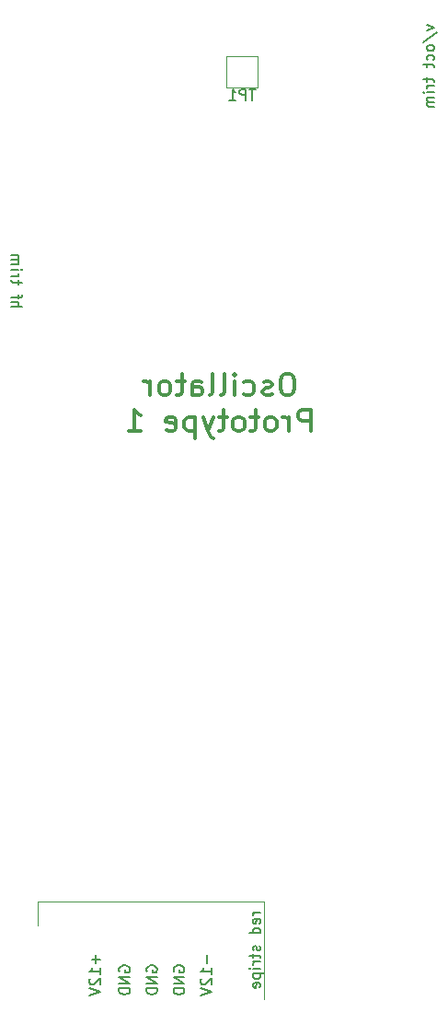
<source format=gbr>
%TF.GenerationSoftware,KiCad,Pcbnew,5.1.8*%
%TF.CreationDate,2020-12-05T20:58:01+00:00*%
%TF.ProjectId,oscillator_prototype,6f736369-6c6c-4617-946f-725f70726f74,rev?*%
%TF.SameCoordinates,Original*%
%TF.FileFunction,Legend,Bot*%
%TF.FilePolarity,Positive*%
%FSLAX46Y46*%
G04 Gerber Fmt 4.6, Leading zero omitted, Abs format (unit mm)*
G04 Created by KiCad (PCBNEW 5.1.8) date 2020-12-05 20:58:01*
%MOMM*%
%LPD*%
G01*
G04 APERTURE LIST*
%ADD10C,0.120000*%
%ADD11C,0.300000*%
%ADD12C,0.150000*%
G04 APERTURE END LIST*
D10*
X98000000Y-125750000D02*
X98000000Y-128000000D01*
D11*
X121130952Y-77254761D02*
X120750000Y-77254761D01*
X120559523Y-77350000D01*
X120369047Y-77540476D01*
X120273809Y-77921428D01*
X120273809Y-78588095D01*
X120369047Y-78969047D01*
X120559523Y-79159523D01*
X120750000Y-79254761D01*
X121130952Y-79254761D01*
X121321428Y-79159523D01*
X121511904Y-78969047D01*
X121607142Y-78588095D01*
X121607142Y-77921428D01*
X121511904Y-77540476D01*
X121321428Y-77350000D01*
X121130952Y-77254761D01*
X119511904Y-79159523D02*
X119321428Y-79254761D01*
X118940476Y-79254761D01*
X118750000Y-79159523D01*
X118654761Y-78969047D01*
X118654761Y-78873809D01*
X118750000Y-78683333D01*
X118940476Y-78588095D01*
X119226190Y-78588095D01*
X119416666Y-78492857D01*
X119511904Y-78302380D01*
X119511904Y-78207142D01*
X119416666Y-78016666D01*
X119226190Y-77921428D01*
X118940476Y-77921428D01*
X118750000Y-78016666D01*
X116940476Y-79159523D02*
X117130952Y-79254761D01*
X117511904Y-79254761D01*
X117702380Y-79159523D01*
X117797619Y-79064285D01*
X117892857Y-78873809D01*
X117892857Y-78302380D01*
X117797619Y-78111904D01*
X117702380Y-78016666D01*
X117511904Y-77921428D01*
X117130952Y-77921428D01*
X116940476Y-78016666D01*
X116083333Y-79254761D02*
X116083333Y-77921428D01*
X116083333Y-77254761D02*
X116178571Y-77350000D01*
X116083333Y-77445238D01*
X115988095Y-77350000D01*
X116083333Y-77254761D01*
X116083333Y-77445238D01*
X114845238Y-79254761D02*
X115035714Y-79159523D01*
X115130952Y-78969047D01*
X115130952Y-77254761D01*
X113797619Y-79254761D02*
X113988095Y-79159523D01*
X114083333Y-78969047D01*
X114083333Y-77254761D01*
X112178571Y-79254761D02*
X112178571Y-78207142D01*
X112273809Y-78016666D01*
X112464285Y-77921428D01*
X112845238Y-77921428D01*
X113035714Y-78016666D01*
X112178571Y-79159523D02*
X112369047Y-79254761D01*
X112845238Y-79254761D01*
X113035714Y-79159523D01*
X113130952Y-78969047D01*
X113130952Y-78778571D01*
X113035714Y-78588095D01*
X112845238Y-78492857D01*
X112369047Y-78492857D01*
X112178571Y-78397619D01*
X111511904Y-77921428D02*
X110750000Y-77921428D01*
X111226190Y-77254761D02*
X111226190Y-78969047D01*
X111130952Y-79159523D01*
X110940476Y-79254761D01*
X110750000Y-79254761D01*
X109797619Y-79254761D02*
X109988095Y-79159523D01*
X110083333Y-79064285D01*
X110178571Y-78873809D01*
X110178571Y-78302380D01*
X110083333Y-78111904D01*
X109988095Y-78016666D01*
X109797619Y-77921428D01*
X109511904Y-77921428D01*
X109321428Y-78016666D01*
X109226190Y-78111904D01*
X109130952Y-78302380D01*
X109130952Y-78873809D01*
X109226190Y-79064285D01*
X109321428Y-79159523D01*
X109511904Y-79254761D01*
X109797619Y-79254761D01*
X108273809Y-79254761D02*
X108273809Y-77921428D01*
X108273809Y-78302380D02*
X108178571Y-78111904D01*
X108083333Y-78016666D01*
X107892857Y-77921428D01*
X107702380Y-77921428D01*
X123083333Y-82554761D02*
X123083333Y-80554761D01*
X122321428Y-80554761D01*
X122130952Y-80650000D01*
X122035714Y-80745238D01*
X121940476Y-80935714D01*
X121940476Y-81221428D01*
X122035714Y-81411904D01*
X122130952Y-81507142D01*
X122321428Y-81602380D01*
X123083333Y-81602380D01*
X121083333Y-82554761D02*
X121083333Y-81221428D01*
X121083333Y-81602380D02*
X120988095Y-81411904D01*
X120892857Y-81316666D01*
X120702380Y-81221428D01*
X120511904Y-81221428D01*
X119559523Y-82554761D02*
X119750000Y-82459523D01*
X119845238Y-82364285D01*
X119940476Y-82173809D01*
X119940476Y-81602380D01*
X119845238Y-81411904D01*
X119750000Y-81316666D01*
X119559523Y-81221428D01*
X119273809Y-81221428D01*
X119083333Y-81316666D01*
X118988095Y-81411904D01*
X118892857Y-81602380D01*
X118892857Y-82173809D01*
X118988095Y-82364285D01*
X119083333Y-82459523D01*
X119273809Y-82554761D01*
X119559523Y-82554761D01*
X118321428Y-81221428D02*
X117559523Y-81221428D01*
X118035714Y-80554761D02*
X118035714Y-82269047D01*
X117940476Y-82459523D01*
X117750000Y-82554761D01*
X117559523Y-82554761D01*
X116607142Y-82554761D02*
X116797619Y-82459523D01*
X116892857Y-82364285D01*
X116988095Y-82173809D01*
X116988095Y-81602380D01*
X116892857Y-81411904D01*
X116797619Y-81316666D01*
X116607142Y-81221428D01*
X116321428Y-81221428D01*
X116130952Y-81316666D01*
X116035714Y-81411904D01*
X115940476Y-81602380D01*
X115940476Y-82173809D01*
X116035714Y-82364285D01*
X116130952Y-82459523D01*
X116321428Y-82554761D01*
X116607142Y-82554761D01*
X115369047Y-81221428D02*
X114607142Y-81221428D01*
X115083333Y-80554761D02*
X115083333Y-82269047D01*
X114988095Y-82459523D01*
X114797619Y-82554761D01*
X114607142Y-82554761D01*
X114130952Y-81221428D02*
X113654761Y-82554761D01*
X113178571Y-81221428D02*
X113654761Y-82554761D01*
X113845238Y-83030952D01*
X113940476Y-83126190D01*
X114130952Y-83221428D01*
X112416666Y-81221428D02*
X112416666Y-83221428D01*
X112416666Y-81316666D02*
X112226190Y-81221428D01*
X111845238Y-81221428D01*
X111654761Y-81316666D01*
X111559523Y-81411904D01*
X111464285Y-81602380D01*
X111464285Y-82173809D01*
X111559523Y-82364285D01*
X111654761Y-82459523D01*
X111845238Y-82554761D01*
X112226190Y-82554761D01*
X112416666Y-82459523D01*
X109845238Y-82459523D02*
X110035714Y-82554761D01*
X110416666Y-82554761D01*
X110607142Y-82459523D01*
X110702380Y-82269047D01*
X110702380Y-81507142D01*
X110607142Y-81316666D01*
X110416666Y-81221428D01*
X110035714Y-81221428D01*
X109845238Y-81316666D01*
X109750000Y-81507142D01*
X109750000Y-81697619D01*
X110702380Y-81888095D01*
X106321428Y-82554761D02*
X107464285Y-82554761D01*
X106892857Y-82554761D02*
X106892857Y-80554761D01*
X107083333Y-80840476D01*
X107273809Y-81030952D01*
X107464285Y-81126190D01*
D10*
X118750000Y-125750000D02*
X98000000Y-125750000D01*
D12*
X105500000Y-132238095D02*
X105452380Y-132142857D01*
X105452380Y-132000000D01*
X105500000Y-131857142D01*
X105595238Y-131761904D01*
X105690476Y-131714285D01*
X105880952Y-131666666D01*
X106023809Y-131666666D01*
X106214285Y-131714285D01*
X106309523Y-131761904D01*
X106404761Y-131857142D01*
X106452380Y-132000000D01*
X106452380Y-132095238D01*
X106404761Y-132238095D01*
X106357142Y-132285714D01*
X106023809Y-132285714D01*
X106023809Y-132095238D01*
X106452380Y-132714285D02*
X105452380Y-132714285D01*
X106452380Y-133285714D01*
X105452380Y-133285714D01*
X106452380Y-133761904D02*
X105452380Y-133761904D01*
X105452380Y-134000000D01*
X105500000Y-134142857D01*
X105595238Y-134238095D01*
X105690476Y-134285714D01*
X105880952Y-134333333D01*
X106023809Y-134333333D01*
X106214285Y-134285714D01*
X106309523Y-134238095D01*
X106404761Y-134142857D01*
X106452380Y-134000000D01*
X106452380Y-133761904D01*
X108000000Y-132238095D02*
X107952380Y-132142857D01*
X107952380Y-132000000D01*
X108000000Y-131857142D01*
X108095238Y-131761904D01*
X108190476Y-131714285D01*
X108380952Y-131666666D01*
X108523809Y-131666666D01*
X108714285Y-131714285D01*
X108809523Y-131761904D01*
X108904761Y-131857142D01*
X108952380Y-132000000D01*
X108952380Y-132095238D01*
X108904761Y-132238095D01*
X108857142Y-132285714D01*
X108523809Y-132285714D01*
X108523809Y-132095238D01*
X108952380Y-132714285D02*
X107952380Y-132714285D01*
X108952380Y-133285714D01*
X107952380Y-133285714D01*
X108952380Y-133761904D02*
X107952380Y-133761904D01*
X107952380Y-134000000D01*
X108000000Y-134142857D01*
X108095238Y-134238095D01*
X108190476Y-134285714D01*
X108380952Y-134333333D01*
X108523809Y-134333333D01*
X108714285Y-134285714D01*
X108809523Y-134238095D01*
X108904761Y-134142857D01*
X108952380Y-134000000D01*
X108952380Y-133761904D01*
X110500000Y-132238095D02*
X110452380Y-132142857D01*
X110452380Y-132000000D01*
X110500000Y-131857142D01*
X110595238Y-131761904D01*
X110690476Y-131714285D01*
X110880952Y-131666666D01*
X111023809Y-131666666D01*
X111214285Y-131714285D01*
X111309523Y-131761904D01*
X111404761Y-131857142D01*
X111452380Y-132000000D01*
X111452380Y-132095238D01*
X111404761Y-132238095D01*
X111357142Y-132285714D01*
X111023809Y-132285714D01*
X111023809Y-132095238D01*
X111452380Y-132714285D02*
X110452380Y-132714285D01*
X111452380Y-133285714D01*
X110452380Y-133285714D01*
X111452380Y-133761904D02*
X110452380Y-133761904D01*
X110452380Y-134000000D01*
X110500000Y-134142857D01*
X110595238Y-134238095D01*
X110690476Y-134285714D01*
X110880952Y-134333333D01*
X111023809Y-134333333D01*
X111214285Y-134285714D01*
X111309523Y-134238095D01*
X111404761Y-134142857D01*
X111452380Y-134000000D01*
X111452380Y-133761904D01*
X103321428Y-130738095D02*
X103321428Y-131500000D01*
X103702380Y-131119047D02*
X102940476Y-131119047D01*
X103702380Y-132500000D02*
X103702380Y-131928571D01*
X103702380Y-132214285D02*
X102702380Y-132214285D01*
X102845238Y-132119047D01*
X102940476Y-132023809D01*
X102988095Y-131928571D01*
X102797619Y-132880952D02*
X102750000Y-132928571D01*
X102702380Y-133023809D01*
X102702380Y-133261904D01*
X102750000Y-133357142D01*
X102797619Y-133404761D01*
X102892857Y-133452380D01*
X102988095Y-133452380D01*
X103130952Y-133404761D01*
X103702380Y-132833333D01*
X103702380Y-133452380D01*
X102702380Y-133738095D02*
X103702380Y-134071428D01*
X102702380Y-134404761D01*
X113571428Y-130738095D02*
X113571428Y-131500000D01*
X113952380Y-132500000D02*
X113952380Y-131928571D01*
X113952380Y-132214285D02*
X112952380Y-132214285D01*
X113095238Y-132119047D01*
X113190476Y-132023809D01*
X113238095Y-131928571D01*
X113047619Y-132880952D02*
X113000000Y-132928571D01*
X112952380Y-133023809D01*
X112952380Y-133261904D01*
X113000000Y-133357142D01*
X113047619Y-133404761D01*
X113142857Y-133452380D01*
X113238095Y-133452380D01*
X113380952Y-133404761D01*
X113952380Y-132833333D01*
X113952380Y-133452380D01*
X112952380Y-133738095D02*
X113952380Y-134071428D01*
X112952380Y-134404761D01*
X118452380Y-126797619D02*
X117785714Y-126797619D01*
X117976190Y-126797619D02*
X117880952Y-126845238D01*
X117833333Y-126892857D01*
X117785714Y-126988095D01*
X117785714Y-127083333D01*
X118404761Y-127797619D02*
X118452380Y-127702380D01*
X118452380Y-127511904D01*
X118404761Y-127416666D01*
X118309523Y-127369047D01*
X117928571Y-127369047D01*
X117833333Y-127416666D01*
X117785714Y-127511904D01*
X117785714Y-127702380D01*
X117833333Y-127797619D01*
X117928571Y-127845238D01*
X118023809Y-127845238D01*
X118119047Y-127369047D01*
X118452380Y-128702380D02*
X117452380Y-128702380D01*
X118404761Y-128702380D02*
X118452380Y-128607142D01*
X118452380Y-128416666D01*
X118404761Y-128321428D01*
X118357142Y-128273809D01*
X118261904Y-128226190D01*
X117976190Y-128226190D01*
X117880952Y-128273809D01*
X117833333Y-128321428D01*
X117785714Y-128416666D01*
X117785714Y-128607142D01*
X117833333Y-128702380D01*
X118404761Y-129892857D02*
X118452380Y-129988095D01*
X118452380Y-130178571D01*
X118404761Y-130273809D01*
X118309523Y-130321428D01*
X118261904Y-130321428D01*
X118166666Y-130273809D01*
X118119047Y-130178571D01*
X118119047Y-130035714D01*
X118071428Y-129940476D01*
X117976190Y-129892857D01*
X117928571Y-129892857D01*
X117833333Y-129940476D01*
X117785714Y-130035714D01*
X117785714Y-130178571D01*
X117833333Y-130273809D01*
X117785714Y-130607142D02*
X117785714Y-130988095D01*
X117452380Y-130750000D02*
X118309523Y-130750000D01*
X118404761Y-130797619D01*
X118452380Y-130892857D01*
X118452380Y-130988095D01*
X118452380Y-131321428D02*
X117785714Y-131321428D01*
X117976190Y-131321428D02*
X117880952Y-131369047D01*
X117833333Y-131416666D01*
X117785714Y-131511904D01*
X117785714Y-131607142D01*
X118452380Y-131940476D02*
X117785714Y-131940476D01*
X117452380Y-131940476D02*
X117500000Y-131892857D01*
X117547619Y-131940476D01*
X117500000Y-131988095D01*
X117452380Y-131940476D01*
X117547619Y-131940476D01*
X117785714Y-132416666D02*
X118785714Y-132416666D01*
X117833333Y-132416666D02*
X117785714Y-132511904D01*
X117785714Y-132702380D01*
X117833333Y-132797619D01*
X117880952Y-132845238D01*
X117976190Y-132892857D01*
X118261904Y-132892857D01*
X118357142Y-132845238D01*
X118404761Y-132797619D01*
X118452380Y-132702380D01*
X118452380Y-132511904D01*
X118404761Y-132416666D01*
X118404761Y-133702380D02*
X118452380Y-133607142D01*
X118452380Y-133416666D01*
X118404761Y-133321428D01*
X118309523Y-133273809D01*
X117928571Y-133273809D01*
X117833333Y-133321428D01*
X117785714Y-133416666D01*
X117785714Y-133607142D01*
X117833333Y-133702380D01*
X117928571Y-133750000D01*
X118023809Y-133750000D01*
X118119047Y-133273809D01*
D10*
X118750000Y-134750000D02*
X118750000Y-125750000D01*
D12*
X95547619Y-71130952D02*
X96547619Y-71130952D01*
X95547619Y-70702380D02*
X96071428Y-70702380D01*
X96166666Y-70750000D01*
X96214285Y-70845238D01*
X96214285Y-70988095D01*
X96166666Y-71083333D01*
X96119047Y-71130952D01*
X96214285Y-70369047D02*
X96214285Y-69988095D01*
X95547619Y-70226190D02*
X96404761Y-70226190D01*
X96500000Y-70178571D01*
X96547619Y-70083333D01*
X96547619Y-69988095D01*
X96214285Y-69035714D02*
X96214285Y-68654761D01*
X96547619Y-68892857D02*
X95690476Y-68892857D01*
X95595238Y-68845238D01*
X95547619Y-68750000D01*
X95547619Y-68654761D01*
X95547619Y-68321428D02*
X96214285Y-68321428D01*
X96023809Y-68321428D02*
X96119047Y-68273809D01*
X96166666Y-68226190D01*
X96214285Y-68130952D01*
X96214285Y-68035714D01*
X95547619Y-67702380D02*
X96214285Y-67702380D01*
X96547619Y-67702380D02*
X96500000Y-67750000D01*
X96452380Y-67702380D01*
X96500000Y-67654761D01*
X96547619Y-67702380D01*
X96452380Y-67702380D01*
X95547619Y-67226190D02*
X96214285Y-67226190D01*
X96119047Y-67226190D02*
X96166666Y-67178571D01*
X96214285Y-67083333D01*
X96214285Y-66940476D01*
X96166666Y-66845238D01*
X96071428Y-66797619D01*
X95547619Y-66797619D01*
X96071428Y-66797619D02*
X96166666Y-66750000D01*
X96214285Y-66654761D01*
X96214285Y-66511904D01*
X96166666Y-66416666D01*
X96071428Y-66369047D01*
X95547619Y-66369047D01*
X133785714Y-45190476D02*
X134452380Y-45428571D01*
X133785714Y-45666666D01*
X133404761Y-46761904D02*
X134690476Y-45904761D01*
X134452380Y-47238095D02*
X134404761Y-47142857D01*
X134357142Y-47095238D01*
X134261904Y-47047619D01*
X133976190Y-47047619D01*
X133880952Y-47095238D01*
X133833333Y-47142857D01*
X133785714Y-47238095D01*
X133785714Y-47380952D01*
X133833333Y-47476190D01*
X133880952Y-47523809D01*
X133976190Y-47571428D01*
X134261904Y-47571428D01*
X134357142Y-47523809D01*
X134404761Y-47476190D01*
X134452380Y-47380952D01*
X134452380Y-47238095D01*
X134404761Y-48428571D02*
X134452380Y-48333333D01*
X134452380Y-48142857D01*
X134404761Y-48047619D01*
X134357142Y-48000000D01*
X134261904Y-47952380D01*
X133976190Y-47952380D01*
X133880952Y-48000000D01*
X133833333Y-48047619D01*
X133785714Y-48142857D01*
X133785714Y-48333333D01*
X133833333Y-48428571D01*
X133785714Y-48714285D02*
X133785714Y-49095238D01*
X133452380Y-48857142D02*
X134309523Y-48857142D01*
X134404761Y-48904761D01*
X134452380Y-49000000D01*
X134452380Y-49095238D01*
X133785714Y-50047619D02*
X133785714Y-50428571D01*
X133452380Y-50190476D02*
X134309523Y-50190476D01*
X134404761Y-50238095D01*
X134452380Y-50333333D01*
X134452380Y-50428571D01*
X134452380Y-50761904D02*
X133785714Y-50761904D01*
X133976190Y-50761904D02*
X133880952Y-50809523D01*
X133833333Y-50857142D01*
X133785714Y-50952380D01*
X133785714Y-51047619D01*
X134452380Y-51380952D02*
X133785714Y-51380952D01*
X133452380Y-51380952D02*
X133500000Y-51333333D01*
X133547619Y-51380952D01*
X133500000Y-51428571D01*
X133452380Y-51380952D01*
X133547619Y-51380952D01*
X134452380Y-51857142D02*
X133785714Y-51857142D01*
X133880952Y-51857142D02*
X133833333Y-51904761D01*
X133785714Y-52000000D01*
X133785714Y-52142857D01*
X133833333Y-52238095D01*
X133928571Y-52285714D01*
X134452380Y-52285714D01*
X133928571Y-52285714D02*
X133833333Y-52333333D01*
X133785714Y-52428571D01*
X133785714Y-52571428D01*
X133833333Y-52666666D01*
X133928571Y-52714285D01*
X134452380Y-52714285D01*
D10*
%TO.C,TP1*%
X115300000Y-48050000D02*
X115300000Y-50950000D01*
X118200000Y-48050000D02*
X115300000Y-48050000D01*
X118200000Y-50950000D02*
X118200000Y-48050000D01*
X115300000Y-50950000D02*
X118200000Y-50950000D01*
D12*
X118011904Y-51100380D02*
X117440476Y-51100380D01*
X117726190Y-52100380D02*
X117726190Y-51100380D01*
X117107142Y-52100380D02*
X117107142Y-51100380D01*
X116726190Y-51100380D01*
X116630952Y-51148000D01*
X116583333Y-51195619D01*
X116535714Y-51290857D01*
X116535714Y-51433714D01*
X116583333Y-51528952D01*
X116630952Y-51576571D01*
X116726190Y-51624190D01*
X117107142Y-51624190D01*
X115583333Y-52100380D02*
X116154761Y-52100380D01*
X115869047Y-52100380D02*
X115869047Y-51100380D01*
X115964285Y-51243238D01*
X116059523Y-51338476D01*
X116154761Y-51386095D01*
%TD*%
M02*

</source>
